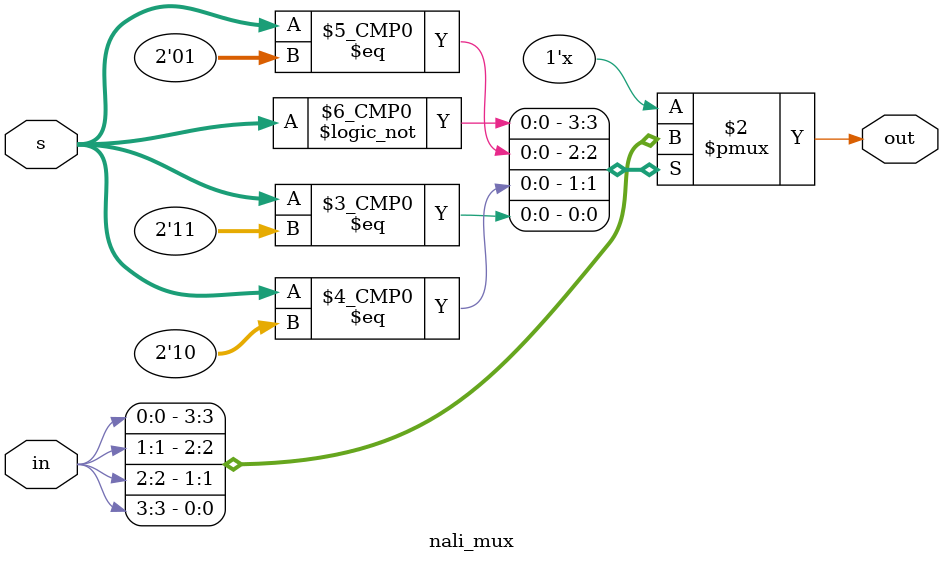
<source format=v>
module nali_mux (input wire[3:0] in, input wire[1:0] s, output reg out);

always @ (1)
case(s)

	0 : out = in[0];
	1 : out = in[1];
	2 : out = in[2];
	3 : out = in[3];

endcase
endmodule
</source>
